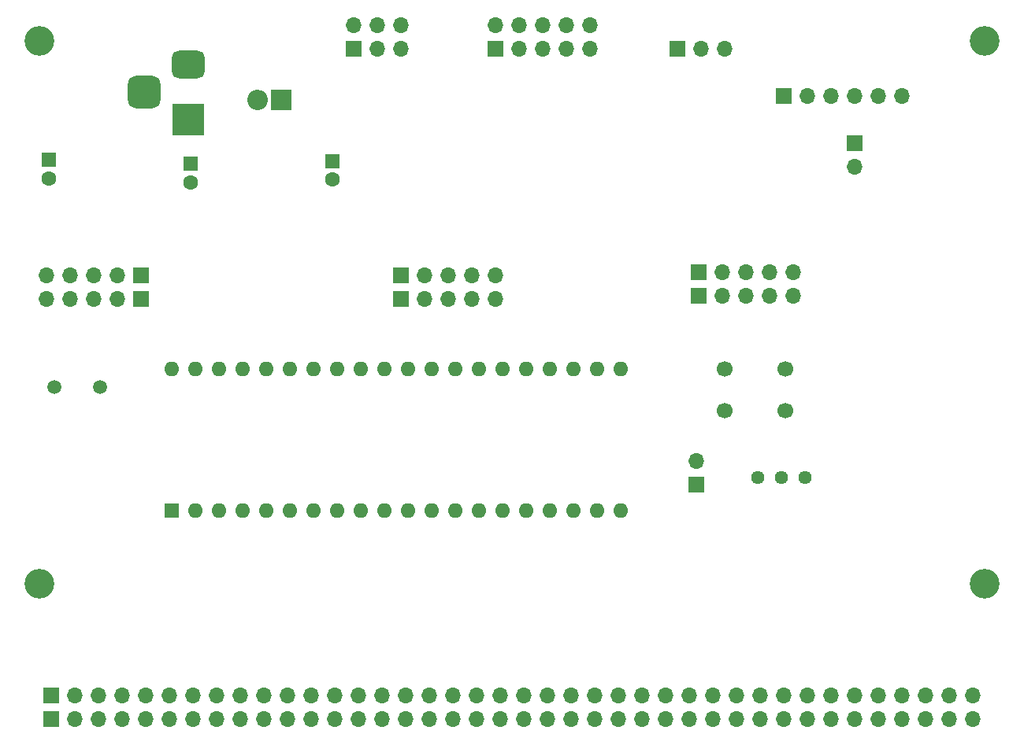
<source format=gbs>
G04 #@! TF.GenerationSoftware,KiCad,Pcbnew,(6.0.0)*
G04 #@! TF.CreationDate,2022-08-18T21:59:34-04:00*
G04 #@! TF.ProjectId,Atmega16 breakout,41746d65-6761-4313-9620-627265616b6f,rev?*
G04 #@! TF.SameCoordinates,Original*
G04 #@! TF.FileFunction,Soldermask,Bot*
G04 #@! TF.FilePolarity,Negative*
%FSLAX46Y46*%
G04 Gerber Fmt 4.6, Leading zero omitted, Abs format (unit mm)*
G04 Created by KiCad (PCBNEW (6.0.0)) date 2022-08-18 21:59:34*
%MOMM*%
%LPD*%
G01*
G04 APERTURE LIST*
G04 Aperture macros list*
%AMRoundRect*
0 Rectangle with rounded corners*
0 $1 Rounding radius*
0 $2 $3 $4 $5 $6 $7 $8 $9 X,Y pos of 4 corners*
0 Add a 4 corners polygon primitive as box body*
4,1,4,$2,$3,$4,$5,$6,$7,$8,$9,$2,$3,0*
0 Add four circle primitives for the rounded corners*
1,1,$1+$1,$2,$3*
1,1,$1+$1,$4,$5*
1,1,$1+$1,$6,$7*
1,1,$1+$1,$8,$9*
0 Add four rect primitives between the rounded corners*
20,1,$1+$1,$2,$3,$4,$5,0*
20,1,$1+$1,$4,$5,$6,$7,0*
20,1,$1+$1,$6,$7,$8,$9,0*
20,1,$1+$1,$8,$9,$2,$3,0*%
G04 Aperture macros list end*
%ADD10R,1.600000X1.600000*%
%ADD11O,1.600000X1.600000*%
%ADD12R,1.700000X1.700000*%
%ADD13O,1.700000X1.700000*%
%ADD14C,1.600000*%
%ADD15C,1.500000*%
%ADD16C,3.200000*%
%ADD17R,2.200000X2.200000*%
%ADD18O,2.200000X2.200000*%
%ADD19C,1.440000*%
%ADD20R,3.500000X3.500000*%
%ADD21RoundRect,0.750000X-1.000000X0.750000X-1.000000X-0.750000X1.000000X-0.750000X1.000000X0.750000X0*%
%ADD22RoundRect,0.875000X-0.875000X0.875000X-0.875000X-0.875000X0.875000X-0.875000X0.875000X0.875000X0*%
%ADD23C,1.700000*%
G04 APERTURE END LIST*
D10*
X70109000Y-96271000D03*
D11*
X72649000Y-96271000D03*
X75189000Y-96271000D03*
X77729000Y-96271000D03*
X80269000Y-96271000D03*
X82809000Y-96271000D03*
X85349000Y-96271000D03*
X87889000Y-96271000D03*
X90429000Y-96271000D03*
X92969000Y-96271000D03*
X95509000Y-96271000D03*
X98049000Y-96271000D03*
X100589000Y-96271000D03*
X103129000Y-96271000D03*
X105669000Y-96271000D03*
X108209000Y-96271000D03*
X110749000Y-96271000D03*
X113289000Y-96271000D03*
X115829000Y-96271000D03*
X118369000Y-96271000D03*
X118369000Y-81031000D03*
X115829000Y-81031000D03*
X113289000Y-81031000D03*
X110749000Y-81031000D03*
X108209000Y-81031000D03*
X105669000Y-81031000D03*
X103129000Y-81031000D03*
X100589000Y-81031000D03*
X98049000Y-81031000D03*
X95509000Y-81031000D03*
X92969000Y-81031000D03*
X90429000Y-81031000D03*
X87889000Y-81031000D03*
X85349000Y-81031000D03*
X82809000Y-81031000D03*
X80269000Y-81031000D03*
X77729000Y-81031000D03*
X75189000Y-81031000D03*
X72649000Y-81031000D03*
X70109000Y-81031000D03*
D12*
X89657000Y-46640000D03*
D13*
X89657000Y-44100000D03*
X92197000Y-46640000D03*
X92197000Y-44100000D03*
X94737000Y-46640000D03*
X94737000Y-44100000D03*
D12*
X124460000Y-46640000D03*
D13*
X127000000Y-46640000D03*
X129540000Y-46640000D03*
D10*
X72189500Y-58960000D03*
D14*
X72189500Y-60960000D03*
D15*
X57507000Y-82979500D03*
X62387000Y-82979500D03*
D12*
X126492000Y-93477000D03*
D13*
X126492000Y-90937000D03*
D16*
X55880000Y-104140000D03*
D12*
X66787000Y-73564000D03*
D13*
X64247000Y-73564000D03*
X61707000Y-73564000D03*
X59167000Y-73564000D03*
X56627000Y-73564000D03*
D12*
X126741000Y-73154500D03*
D13*
X129281000Y-73154500D03*
X131821000Y-73154500D03*
X134361000Y-73154500D03*
X136901000Y-73154500D03*
D12*
X94742000Y-73564000D03*
D13*
X97282000Y-73564000D03*
X99822000Y-73564000D03*
X102362000Y-73564000D03*
X104902000Y-73564000D03*
D16*
X157480000Y-104140000D03*
D10*
X87429500Y-58674000D03*
D14*
X87429500Y-60674000D03*
D12*
X94742000Y-71024000D03*
D13*
X97282000Y-71024000D03*
X99822000Y-71024000D03*
X102362000Y-71024000D03*
X104902000Y-71024000D03*
D12*
X143510000Y-56800000D03*
D13*
X143510000Y-59340000D03*
D10*
X56935500Y-58572000D03*
D14*
X56935500Y-60572000D03*
D12*
X126746000Y-70614500D03*
D13*
X129286000Y-70614500D03*
X131826000Y-70614500D03*
X134366000Y-70614500D03*
X136906000Y-70614500D03*
D17*
X81897266Y-52070000D03*
D18*
X79357266Y-52070000D03*
D12*
X104897000Y-46640000D03*
D13*
X104897000Y-44100000D03*
X107437000Y-46640000D03*
X107437000Y-44100000D03*
X109977000Y-46640000D03*
X109977000Y-44100000D03*
X112517000Y-46640000D03*
X112517000Y-44100000D03*
X115057000Y-46640000D03*
X115057000Y-44100000D03*
D19*
X138176000Y-92710000D03*
X135636000Y-92710000D03*
X133096000Y-92710000D03*
D16*
X157480000Y-45720000D03*
D20*
X71877000Y-54260000D03*
D21*
X71877000Y-48260000D03*
D22*
X67177000Y-51260000D03*
D12*
X135890000Y-51720000D03*
D13*
X138430000Y-51720000D03*
X140970000Y-51720000D03*
X143510000Y-51720000D03*
X146050000Y-51720000D03*
X148590000Y-51720000D03*
D23*
X129592000Y-81062000D03*
X136092000Y-81062000D03*
X129592000Y-85562000D03*
X136092000Y-85562000D03*
D12*
X57155000Y-118776000D03*
D13*
X59695000Y-118776000D03*
X62235000Y-118776000D03*
X64775000Y-118776000D03*
X67315000Y-118776000D03*
X69855000Y-118776000D03*
X72395000Y-118776000D03*
X74935000Y-118776000D03*
X77475000Y-118776000D03*
X80015000Y-118776000D03*
X82555000Y-118776000D03*
X85095000Y-118776000D03*
X87635000Y-118776000D03*
X90175000Y-118776000D03*
X92715000Y-118776000D03*
X95255000Y-118776000D03*
X97795000Y-118776000D03*
X100335000Y-118776000D03*
X102875000Y-118776000D03*
X105415000Y-118776000D03*
X107955000Y-118776000D03*
X110495000Y-118776000D03*
X113035000Y-118776000D03*
X115575000Y-118776000D03*
X118115000Y-118776000D03*
X120655000Y-118776000D03*
X123195000Y-118776000D03*
X125735000Y-118776000D03*
X128275000Y-118776000D03*
X130815000Y-118776000D03*
X133355000Y-118776000D03*
X135895000Y-118776000D03*
X138435000Y-118776000D03*
X140975000Y-118776000D03*
X143515000Y-118776000D03*
X146055000Y-118776000D03*
X148595000Y-118776000D03*
X151135000Y-118776000D03*
X153675000Y-118776000D03*
X156215000Y-118776000D03*
D12*
X66792000Y-71024000D03*
D13*
X64252000Y-71024000D03*
X61712000Y-71024000D03*
X59172000Y-71024000D03*
X56632000Y-71024000D03*
D12*
X57155000Y-116236000D03*
D13*
X59695000Y-116236000D03*
X62235000Y-116236000D03*
X64775000Y-116236000D03*
X67315000Y-116236000D03*
X69855000Y-116236000D03*
X72395000Y-116236000D03*
X74935000Y-116236000D03*
X77475000Y-116236000D03*
X80015000Y-116236000D03*
X82555000Y-116236000D03*
X85095000Y-116236000D03*
X87635000Y-116236000D03*
X90175000Y-116236000D03*
X92715000Y-116236000D03*
X95255000Y-116236000D03*
X97795000Y-116236000D03*
X100335000Y-116236000D03*
X102875000Y-116236000D03*
X105415000Y-116236000D03*
X107955000Y-116236000D03*
X110495000Y-116236000D03*
X113035000Y-116236000D03*
X115575000Y-116236000D03*
X118115000Y-116236000D03*
X120655000Y-116236000D03*
X123195000Y-116236000D03*
X125735000Y-116236000D03*
X128275000Y-116236000D03*
X130815000Y-116236000D03*
X133355000Y-116236000D03*
X135895000Y-116236000D03*
X138435000Y-116236000D03*
X140975000Y-116236000D03*
X143515000Y-116236000D03*
X146055000Y-116236000D03*
X148595000Y-116236000D03*
X151135000Y-116236000D03*
X153675000Y-116236000D03*
X156215000Y-116236000D03*
D16*
X55880000Y-45720000D03*
M02*

</source>
